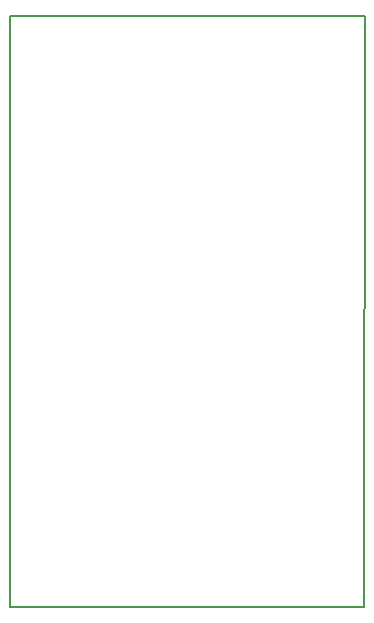
<source format=gbr>
%TF.GenerationSoftware,KiCad,Pcbnew,7.0.8*%
%TF.CreationDate,2023-10-14T20:08:42+02:00*%
%TF.ProjectId,LCRDT-Tester,4c435244-542d-4546-9573-7465722e6b69,0.3*%
%TF.SameCoordinates,Original*%
%TF.FileFunction,Component,L2,Bot*%
%TF.FilePolarity,Positive*%
%FSLAX46Y46*%
G04 Gerber Fmt 4.6, Leading zero omitted, Abs format (unit mm)*
G04 Created by KiCad (PCBNEW 7.0.8) date 2023-10-14 20:08:42*
%MOMM*%
%LPD*%
G01*
G04 APERTURE LIST*
%TA.AperFunction,Profile*%
%ADD10C,0.150000*%
%TD*%
G04 APERTURE END LIST*
D10*
X122044000Y-88120000D02*
X121992000Y-138200000D01*
X92052000Y-88120000D02*
X122044000Y-88120000D01*
X92000000Y-138200000D02*
X92052000Y-88120000D01*
X121992000Y-138200000D02*
X92000000Y-138200000D01*
M02*

</source>
